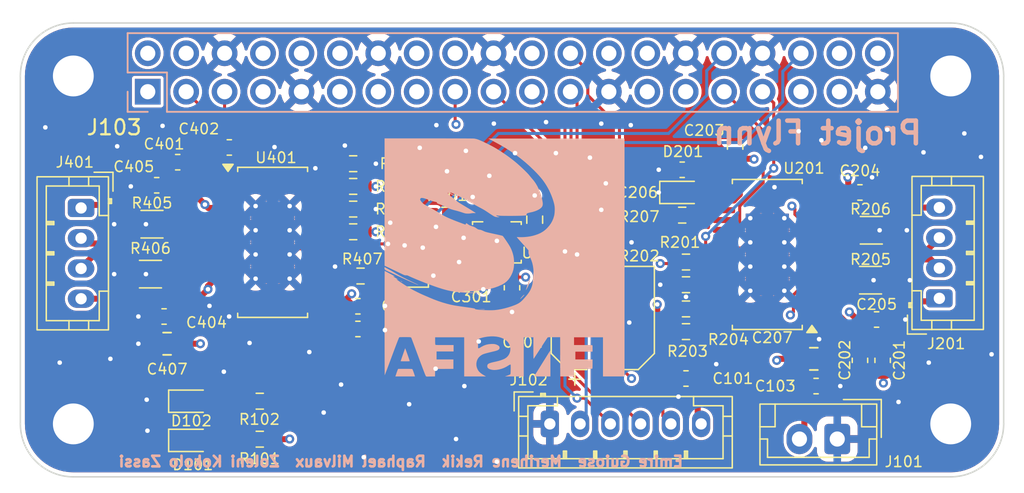
<source format=kicad_pcb>
(kicad_pcb (version 20241229) (generator "pcbnew") (generator_version "9.0")
  (layers (0 "F.Cu" signal) (4 "In1.Cu" signal "In1.Cu - GND") (6 "In2.Cu" signal "In2.Cu - SUPPLY") (2 "B.Cu" signal) (13 "F.Paste" user) (15 "B.Paste" user) (5 "F.SilkS" user "F.Silkscreen") (7 "B.SilkS" user "B.Silkscreen") (1 "F.Mask" user) (3 "B.Mask" user) (25 "Edge.Cuts" user))
  (net 0 "")
  (net 1 "GND")
  (net 2 "+3.3V")
  (net 3 "DIR1")
  (net 4 "SCLK")
  (net 5 "DIR2")
  (net 6 "MISO")
  (net 7 "STEP2")
  (net 8 "MOSI")
  (net 9 "SDA")
  (net 10 "CS")
  (net 11 "SCL")
  (net 12 "VCC")
  (net 13 "STEP1")
  (net 14 "Net-(U201-VCP)")
  (net 15 "Net-(U201-CPI)")
  (net 16 "Net-(U201-CPO)")
  (net 17 "Net-(U201-5VOUT)")
  (net 18 "Net-(U401-VCP)")
  (net 19 "Net-(U401-CPO)")
  (net 20 "Net-(U401-CPI)")
  (net 21 "Net-(U401-5VOUT)")
  (net 22 "Net-(D101-A)")
  (net 23 "Net-(D102-A)")
  (net 24 "Net-(D201-A)")
  (net 25 "Net-(D401-A)")
  (net 46 "Net-(J201-Pin_4)")
  (net 47 "Net-(J201-Pin_3)")
  (net 48 "Net-(J201-Pin_2)")
  (net 49 "Net-(J201-Pin_1)")
  (net 50 "Net-(J401-Pin_3)")
  (net 51 "Net-(J401-Pin_4)")
  (net 52 "Net-(J401-Pin_1)")
  (net 53 "Net-(J401-Pin_2)")
  (net 54 "Net-(U201-MS1)")
  (net 55 "Net-(U201-MS2)")
  (net 56 "Net-(U201-BRA)")
  (net 57 "Net-(U201-BRB)")
  (net 58 "Net-(U201-DIAG)")
  (net 59 "Net-(U301-CS)")
  (net 60 "Net-(U401-MS1)")
  (net 61 "Net-(U401-MS2)")
  (net 62 "Net-(U401-BRA)")
  (net 63 "Net-(U401-BRB)")
  (net 64 "Net-(U401-DIAG)")
  (footprint "Capacitor_SMD:C_0805_2012Metric" (layer "F.Cu") (at 148.95 118.7)
    (property "Reference" "C207")
    (property "Value" "10u")
  )
  (footprint "Resistor_SMD:R_0603_1608Metric" (layer "F.Cu") (at 118.5 108.8)
    (property "Reference" "R402")
    (property "Value" "10K")
  )
  (footprint "LED_SMD:LED_0603_1608Metric" (layer "F.Cu") (at 121.9875 113.225 180)
    (property "Reference" "D401")
    (property "Value" "LED")
  )
  (footprint "Resistor_SMD:R_1206_3216Metric" (layer "F.Cu") (at 152.75 110.2)
    (property "Reference" "R206")
    (property "Value" "220m")
  )
  (footprint "Resistor_SMD:R_0603_1608Metric" (layer "F.Cu") (at 124.6 109.2)
    (property "Reference" "R301")
    (property "Value" "10 K")
  )
  (footprint "Resistor_SMD:R_0603_1608Metric" (layer "F.Cu") (at 140.5 115.4 180)
    (property "Reference" "R204")
    (property "Value" "10K")
  )
  (footprint "Resistor_SMD:R_1206_3216Metric" (layer "F.Cu") (at 105.2 109.8 180)
    (property "Reference" "R405")
    (property "Value" "220m")
  )
  (footprint "Connector_JST:JST_PH_B4B-PH-K_1x04_P2.00mm_Vertical" (layer "F.Cu") (at 157.25 114.7 90)
    (property "Reference" "J201")
    (property "Value" "Conn_01x04")
  )
  (footprint "Resistor_SMD:R_0603_1608Metric" (layer "F.Cu") (at 118.9875 113.225)
    (property "Reference" "R407")
    (property "Value" "1k")
  )
  (footprint "Resistor_SMD:R_0603_1608Metric" (layer "F.Cu") (at 118.5 107.3 180)
    (property "Reference" "R403")
    (property "Value" "R_Small")
  )
  (footprint "Resistor_SMD:R_0603_1608Metric" (layer "F.Cu") (at 130.5 109.5 -90)
    (property "Reference" "R303" (hide yes))
    (property "Value" "10k")
  )
  (footprint "Resistor_SMD:R_0603_1608Metric" (layer "F.Cu") (at 140.25 109.2 180)
    (property "Reference" "R207")
    (property "Value" "1k")
  )
  (footprint "Capacitor_SMD:C_0603_1608Metric" (layer "F.Cu") (at 106.9 105.7)
    (property "Reference" "C401")
    (property "Value" "100n")
  )
  (footprint "Capacitor_SMD:C_0603_1608Metric" (layer "F.Cu") (at 110.3125 104.725 180)
    (property "Reference" "C402")
    (property "Value" "22n")
  )
  (footprint "Capacitor_SMD:CP_Elec_6.3x5.4" (layer "F.Cu") (at 135 116 90)
    (property "Reference" "C102")
    (property "Value" "330u")
  )
  (footprint "Capacitor_SMD:C_0603_1608Metric" (layer "F.Cu") (at 106 115.9 180)
    (property "Reference" "C404")
    (property "Value" "100n")
  )
  (footprint "Capacitor_SMD:C_0603_1608Metric" (layer "F.Cu") (at 153.1 116.1)
    (property "Reference" "C205")
    (property "Value" "100n")
  )
  (footprint "Capacitor_SMD:C_0603_1608Metric" (layer "F.Cu") (at 152 107.7)
    (property "Reference" "C204")
    (property "Value" "100n")
  )
  (footprint "Resistor_SMD:R_0603_1608Metric" (layer "F.Cu") (at 140.5 112.3)
    (property "Reference" "R201")
    (property "Value" "R_Small")
  )
  (footprint "Capacitor_SMD:C_0603_1608Metric" (layer "F.Cu") (at 126.3375 113.25 180)
    (property "Reference" "C301")
    (property "Value" "100nF")
  )
  (footprint "Capacitor_SMD:C_0603_1608Metric" (layer "F.Cu") (at 152 118.8 90)
    (property "Reference" "C202")
    (property "Value" "22n")
  )
  (footprint "Connector_JST:JST_EH_B2B-EH-A_1x02_P2.50mm_Vertical" (layer "F.Cu") (at 150.5 124 180)
    (property "Reference" "J101")
    (property "Value" "Conn_01x02")
  )
  (footprint "LED_SMD:LED_0603_1608Metric" (layer "F.Cu") (at 107.7875 124.09)
    (property "Reference" "D101")
    (property "Value" "LED")
  )
  (footprint "Resistor_SMD:R_1206_3216Metric" (layer "F.Cu") (at 152.7 113.5)
    (property "Reference" "R205")
    (property "Value" "220m")
  )
  (footprint "Connector_JST:JST_PH_B4B-PH-K_1x04_P2.00mm_Vertical" (layer "F.Cu") (at 100.5125 108.725 -90)
    (property "Reference" "J401")
    (property "Value" "Conn_01x04")
  )
  (footprint "Capacitor_SMD:C_0603_1608Metric" (layer "F.Cu") (at 153.5 118.8 90)
    (property "Reference" "C201")
    (property "Value" "100n")
  )
  (footprint "MountingHole:MountingHole_2.7mm_M2.5_Pad" (layer "F.Cu") (at 100 123)
    (property "Reference" "H101" (hide yes))
    (property "Value" "MountingHole_Pad")
  )
  (footprint "Connector_JST:JST_PH_B6B-PH-K_1x06_P2.00mm_Vertical" (layer "F.Cu") (at 131.5 123)
    (property "Reference" "J102")
    (property "Value" "Conn_01x06")
  )
  (footprint "Capacitor_SMD:C_0805_2012Metric" (layer "F.Cu") (at 106.2 117.7 180)
    (property "Reference" "C407")
    (property "Value" "10u")
  )
  (footprint "Resistor_SMD:R_0603_1608Metric" (layer "F.Cu") (at 112.325 124.01 180)
    (property "Reference" "R101")
    (property "Value" "6.8k")
  )
  (footprint "Package_SO:HTSSOP-28-1EP_4.4x9.7mm_P0.65mm_EP2.85x5.4mm_ThermalVias" (layer "F.Cu") (at 113.175 111)
    (property "Reference" "U401")
    (property "Value" "~")
  )
  (footprint "Capacitor_SMD:C_0603_1608Metric" (layer "F.Cu") (at 105.5125 107.225 180)
    (property "Reference" "C405")
    (property "Value" "100n")
  )
  (footprint "MountingHole:MountingHole_2.7mm_M2.5_Pad" (layer "F.Cu") (at 100 100)
    (property "Reference" "H102" (hide yes))
    (property "Value" "MountingHole_Pad")
  )
  (footprint "Resistor_SMD:R_1206_3216Metric" (layer "F.Cu") (at 105.1 113.1 180)
    (property "Reference" "R406")
    (property "Value" "220m")
  )
  (footprint "Capacitor_SMD:C_0603_1608Metric" (layer "F.Cu") (at 140.25 106.2 180)
    (property "Reference" "C206")
    (property "Value" "2u2")
  )
  (footprint "Package_SO:HTSSOP-28-1EP_4.4x9.7mm_P0.65mm_EP2.85x5.4mm_ThermalVias" (layer "F.Cu") (at 145.875 111.8 180)
    (property "Reference" "U201")
    (property "Value" "~")
  )
  (footprint "Capacitor_SMD:C_0603_1608Metric" (layer "F.Cu") (at 118.8125 116.725)
    (property "Reference" "C406")
    (property "Value" "2u2")
  )
  (footprint "MountingHole:MountingHole_2.7mm_M2.5_Pad" (layer "F.Cu") (at 158 123)
    (property "Reference" "H104" (hide yes))
    (property "Value" "MountingHole_Pad")
  )
  (footprint "Capacitor_SMD:C_0603_1608Metric" (layer "F.Cu") (at 143.75 104.7 90)
    (property "Reference" "C203")
    (property "Value" "100n")
  )
  (footprint "Capacitor_SMD:C_0603_1608Metric" (layer "F.Cu") (at 118.8125 115.225)
    (property "Reference" "C403")
    (property "Value" "100n")
  )
  (footprint "Resistor_SMD:R_0603_1608Metric" (layer "F.Cu") (at 140.5 116.9)
    (property "Reference" "R203")
    (property "Value" "R_Small")
  )
  (footprint "LED_SMD:LED_0603_1608Metric" (layer "F.Cu") (at 107.7875 121.5)
    (property "Reference" "D102")
    (property "Value" "LED")
  )
  (footprint "MountingHole:MountingHole_2.7mm_M2.5_Pad" (layer "F.Cu") (at 158 100)
    (property "Reference" "H103" (hide yes))
    (property "Value" "MountingHole_Pad")
  )
  (footprint "Resistor_SMD:R_0603_1608Metric" (layer "F.Cu") (at 118.5 105.8)
    (property "Reference" "R404")
    (property "Value" "10K")
  )
  (footprint "Capacitor_SMD:C_0603_1608Metric" (layer "F.Cu") (at 149.1 120.5)
    (property "Reference" "C103")
    (property "Value" "100n")
  )
  (footprint "Capacitor_SMD:C_0603_1608Metric" (layer "F.Cu") (at 140.5 120)
    (property "Reference" "C101")
    (property "Value" "100n")
  )
  (footprint "Capacitor_SMD:C_0603_1608Metric" (layer "F.Cu") (at 129 114 90)
    (property "Reference" "C302")
    (property "Value" "100nF")
  )
  (footprint "Resistor_SMD:R_0603_1608Metric" (layer "F.Cu") (at 128 108.5)
    (property "Reference" "R302")
    (property "Value" "10K")
  )
  (footprint "Package_LGA:LGA-14_3x2.5mm_P0.5mm_LayoutBorder3x4y" (layer "F.Cu") (at 128 111)
    (property "Reference" "U301")
    (property "Value" "LSM6DSOX")
  )
  (footprint "Resistor_SMD:R_0603_1608Metric" (layer "F.Cu") (at 140.5 113.8 180)
    (property "Reference" "R202")
    (property "Value" "10K")
  )
  (footprint "Resistor_SMD:R_0603_1608Metric" (layer "F.Cu") (at 118.5 110.3 180)
    (property "Reference" "R401")
    (property "Value" "R_Small")
  )
  (footprint "LED_SMD:LED_0603_1608Metric" (layer "F.Cu") (at 140.25 107.7)
    (property "Reference" "D201")
    (property "Value" "LED")
  )
  (footprint "Resistor_SMD:R_0603_1608Metric" (layer "F.Cu") (at 112.325 121.5 180)
    (property "Reference" "R102")
    (property "Value" "6.8k")
  )
  (footprint "LOGO" (layer "B.Cu") (at 128.5 112 180)
    (property "Reference" "G***" (hide yes))
    (property "Value" "LOGO" (hide yes))
  )
  (footprint "Connector_PinSocket_2.54mm:PinSocket_2x20_P2.54mm_Vertical" (layer "B.Cu") (at 104.92 101.04 -90)
    (property "Reference" "J103")
    (property "Value" "Rpi 2W Zéro")
  )
  (gr_arc (start 161.5 123) (mid 160.474874 125.474874) (end 158 126.5) (stroke (width 0.1)) (layer "Edge.Cuts"))
  (gr_line (start 158 126.5) (end 100 126.5) (stroke (width 0.1)) (layer "Edge.Cuts"))
  (gr_arc (start 96.5 100) (mid 97.525126 97.525126) (end 100 96.5) (stroke (width 0.1)) (layer "Edge.Cuts"))
  (gr_line (start 161.5 100) (end 161.5 123) (stroke (width 0.1)) (layer "Edge.Cuts"))
  (gr_line (start 96.5 123) (end 96.5 100) (stroke (width 0.1)) (layer "Edge.Cuts"))
  (gr_arc (start 158 96.5) (mid 160.474874 97.525126) (end 161.5 100) (stroke (width 0.1)) (layer "Edge.Cuts"))
  (gr_line (start 100 96.5) (end 158 96.5) (stroke (width 0.1)) (layer "Edge.Cuts"))
  (gr_arc (start 100 126.5) (mid 97.525126 125.474874) (end 96.5 123) (stroke (width 0.1)) (layer "Edge.Cuts"))
  (gr_text "-" (at 127.55 123.9 0) (layer "F.Cu") (effects (font (size 1 1) (thickness 0.25) (bold yes)) (justify left bottom)))
  (gr_text "+" (at 143.75 124 0) (layer "F.Cu") (effects (font (size 1 1) (thickness 0.25) (bold yes)) (justify left bottom)))
  (gr_text "-" (at 153.45 123.9 0) (layer "F.Cu") (effects (font (size 1 1) (thickness 0.25) (bold yes)) (justify left bottom)))
  (gr_text "Emire Guiose  Merihene Rekik  Raphael Milvaux  Zoleni Kokolo Zassi" (at 140.4 125.9 0) (layer "B.SilkS") (effects (font (size 0.7 0.7) (thickness 0.175) (bold yes)) (justify left bottom mirror)))
  (gr_text "Projet Flynn\n" (at 156.25 104.65 0) (layer "B.SilkS") (effects (font (size 1.5 1.5) (thickness 0.3) (bold yes)) (justify left bottom mirror)))
  (segment (start 119.325 105.8) (end 120 105.8) (width 0.2) (layer "F.Cu") (net 1))
  (segment (start 143.0125 111.475) (end 145.55 111.475) (width 0.2) (layer "F.Cu") (net 1))
  (segment (start 140.5 114.6) (end 140.475 114.6) (width 0.2) (layer "F.Cu") (net 1))
  (segment (start 145.55 111.475) (end 145.875 111.8) (width 0.2) (layer "F.Cu") (net 1))
  (segment (start 140.475 114.6) (end 139.675 115.4) (width 0.2) (layer "F.Cu") (net 1))
  (segment (start 154.2125 110.2) (end 155.1 110.2) (width 0.2) (layer "F.Cu") (net 1))
  (segment (start 139.725 120) (end 139.725 120.925) (width 0.2) (layer "F.Cu") (net 1))
  (segment (start 105.225 115.9) (end 104.3 115.9) (width 0.4) (layer "F.Cu") (net 1))
  (segment (start 139.5 117.825) (end 139.5 117.9) (width 0.2) (layer "F.Cu") (net 1))
  (segment (start 154.2125 110.2) (end 153.3 110.2) (width 0.2) (layer "F.Cu") (net 1))
  (segment (start 119.325 108.8) (end 120 108.8) (width 0.2) (layer "F.Cu") (net 1))
  (segment (start 139.425 107.7375) (end 139.4625 107.7) (width 0.2) (layer "F.Cu") (net 1))
  (segment (start 113.5 111.325) (end 113.175 111) (width 0.2) (layer "F.Cu") (net 1))
  (segment (start 154.1625 113.5) (end 155.3 113.5) (width 0.4) (layer "F.Cu") (net 1))
  (segment (start 152.775 107.7) (end 152.775 106.725) (width 0.4) (layer "F.Cu") (net 1))
  (segment (start 116.0375 111.325) (end 113.5 111.325) (width 0.2) (layer "F.Cu") (net 1))
  (segment (start 153.875 116.1) (end 155 116.1) (width 0.4) (layer "F.Cu") (net 1))
  (segment (start 105.25 117.7) (end 104.3 117.7) (width 0.2) (layer "F.Cu") (net 1))
  (segment (start 103.6375 113.1) (end 102.7 113.1) (width 0.4) (layer "F.Cu") (net 1))
  (segment (start 149.9 118) (end 149.3 117.4) (width 0.2) (layer "F.Cu") (net 1))
  (segment (start 149.875 120.5) (end 150.7 120.5) (width 0.2) (layer "F.Cu") (net 1))
  (segment (start 139.725 120.925) (end 140 121.2) (width 0.2) (layer "F.Cu") (net 1))
  (segment (start 154.1625 113.5) (end 152.9 113.5) (width 0.4) (layer "F.Cu") (net 1))
  (segment (start 116.0375 106.1375) (end 116 106.1) (width 0.2) (layer "F.Cu") (net 1))
  (segment (start 139.475 106.2) (end 138.7 106.2) (width 0.2) (layer "F.Cu") (net 1))
  (segment (start 103.7375 109.8) (end 104.8 109.8) (width 0.4) (layer "F.Cu") (net 1))
  (segment (start 139.4625 107.7) (end 138.7 107.7) (width 0.2) (layer "F.Cu") (net 1))
  (segment (start 103.6375 113.1) (end 104.8 113.1) (width 0.4) (layer "F.Cu") (net 1))
  (segment (start 152.775 106.725) (end 152.8 106.7) (width 0.4) (layer "F.Cu") (net 1))
  (segment (start 149.9 118.7) (end 149.9 118) (width 0.2) (layer "F.Cu") (net 1))
  (segment (start 139.675 113.8) (end 138.8 113.8) (width 0.2) (layer "F.Cu") (net 1))
  (segment (start 103.7375 109.8) (end 102.7 109.8) (width 0.4) (layer "F.Cu") (net 1))
  (segment (start 116.0375 106.775) (end 116.0375 106.1375) (width 0.2) (layer "F.Cu") (net 1))
  (via (at 109.95 119.55) (size 0.45) (drill 0.3) (layers "F.Cu" "B.Cu") (net 1))
  (via (at 152.8 106.7) (size 0.6) (drill 0.3) (layers "F.Cu" "B.Cu") (net 1))
  (via (at 149.45 104.25) (size 0.45) (drill 0.3) (layers "F.Cu" "B.Cu") (net 1))
  (via (at 136.75 116.3) (size 0.45) (drill 0.3) (layers "F.Cu" "B.Cu") (net 1))
  (via (at 146.35 107.35) (size 0.45) (drill 0.3) (layers "F.Cu" "B.Cu") (net 1))
  (via (at 117.95 104.6) (size 0.45) (drill 0.3) (layers "F.Cu" "B.Cu") (net 1))
  (via (at 134.9 103.15) (size 0.45) (drill 0.3) (layers "F.Cu" "B.Cu") (net 1))
  (via (at 128 125.5) (size 0.45) (drill 0.3) (layers "F.Cu" "B.Cu") (net 1))
  (via (at 123.95 119.35) (size 0.45) (drill 0.3) (layers "F.Cu" "B.Cu") (net 1))
  (via (at 155.3 113.5) (size 0.6) (drill 0.3) (layers "F.Cu" "B.Cu") (net 1))
  (via (at 117.7 120.4) (size 0.45) (drill 0.3) (layers "F.Cu" "B.Cu") (net 1))
  (via (at 136.9 111) (size 0.45) (drill 0.3) (layers "F.Cu" "B.Cu") (net 1))
  (via (at 124 103.25) (size 0.45) (drill 0.3) (layers "F.Cu" "B.Cu") (net 1))
  (via (at 149.3 117.4) (size 0.6) (drill 0.3) (layers "F.Cu" "B.Cu") (net 1))
  (via (at 138.7 107.7) (size 0.6) (drill 0.3) (layers "F.Cu" "B.Cu") (net 1))
  (via (at 138.8 113.8) (size 0.6) (drill 0.3) (layers "F.Cu" "B.Cu") (net 1))
  (via (at 102.9 104.65) (size 0.45) (drill 0.3) (layers "F.Cu" "B.Cu") (net 1))
  (via (at 135.2 107.1) (size 0.45) (drill 0.3) (layers "F.Cu" "B.Cu") (net 1))
  (via (at 110.3 115.9) (size 0.6) (drill 0.3) (layers "F.Cu" "B.Cu") (net 1))
  (via (at 99.1 118.95) (size 0.45) (drill 0.3) (layers "F.Cu" "B.Cu") (net 1))
  (via (at 124.7 106.3) (size 0.45) (drill 0.3) (layers "F.Cu" "B.Cu") (net 1))
  (via (at 120.6 116.8) (size 0.6) (drill 0.3) (layers "F.Cu" "B.Cu") (net 1))
  (via (at 104.9 123.45) (size 0.45) (drill 0.3) (layers "F.Cu" "B.Cu") (net 1))
  (via (at 129.2 105.1) (size 0.45) (drill 0.3) (layers "F.Cu" "B.Cu") (net 1))
  (via (at 129 115.6) (size 0.6) (drill 0.3) (layers "F.Cu" "B.Cu") (net 1))
  (via (at 160.7 118.4) (size 0.45) (drill 0.3) (layers "F.Cu" "B.Cu") (net 1))
  (via (at 120 105.8) (size 0.6) (drill 0.3) (layers "F.Cu" "B.Cu") (net 1))
  (via (at 116 106.1) (size 0.6) (drill 0.3) (layers "F.Cu" "B.Cu") (net 1))
  (via (at 158.9 103.8) (size 0.45) (drill 0.3) (layers "F.Cu" "B.Cu") (net 1))
  (via (at 113.3 104.7) (size 0.45) (drill 0.3) (layers "F.Cu" "B.Cu") (net 1))
  (via (at 152.35 104.75) (size 0.45) (drill 0.3) (layers "F.Cu" "B.Cu") (net 1))
  (via (at 134.9 108.85) (size 0.45) (drill 0.3) (layers "F.Cu" "B.Cu") (net 1))
  (via (at 134.15 105.4) (size 0.45) (drill 0.3) (layers "F.Cu" "B.Cu") (net 1))
  (via (at 104.3 117.7) (size 0.6) (drill 0.3) (layers "F.Cu" "B.Cu") (net 1))
  (via (at 153.3 110.2) (size 0.6) (drill 0.3) (layers "F.Cu" "B.Cu") (net 1))
  (via (at 120.95 109.7) (size 0.45) (drill 0.3) (layers "F.Cu" "B.Cu") (net 1))
  (via (at 156.55 118.95) (size 0.45) (drill 0.3) (layers "F.Cu" "B.Cu") (net 1))
  (via (at 155.1 110.2) (size 0.6) (drill 0.3) (layers "F.Cu" "B.Cu") (net 1))
  (via (at 136.85 103.25) (size 0.45) (drill 0.3) (layers "F.Cu" "B.Cu") (net 1))
  (via (at 153.8 103.55) (size 0.45) (drill 0.3) (layers "F.Cu" "B.Cu") (net 1))
  (via (at 115.6 118.25) (size 0.45) (drill 0.3) (layers "F.Cu" "B.Cu") (net 1))
  (via (at 126.8 117.55) (size 0.45) (drill 0.3) (layers "F.Cu" "B.Cu") (net 1))
  (via (at 119.2 125.2) (size 0.45) (drill 0.3) (layers "F.Cu" "B.Cu") (net 1))
  (via (at 155 116.1) (size 0.6) (drill 0.3) (layers "F.Cu" "B.Cu") (net 1))
  (via (at 152.9 113.5) (size 0.6) (drill 0.3) (layers "F.Cu" "B.Cu") (net 1))
  (via (at 125.85 120.5) (size 0.45) (drill 0.3) (layers "F.Cu" "B.Cu") (net 1))
  (via (at 105.9 103.3) (size 0.45) (drill 0.3) (layers "F.Cu" "B.Cu") (net 1))
  (via (at 142.5 119.05) (size 0.45) (drill 0.3) (layers "F.Cu" "B.Cu") (net 1))
  (via (at 104.8 109.8) (size 0.6) (drill 0.3) (layers "F.Cu" "B.Cu") (net 1))
  (via (at 122.2 121.7) (size 0.45) (drill 0.3) (layers "F.Cu" "B.Cu") (net 1))
  (via (at 102.45 118.7) (size 0.45) (drill 0.3) (layers "F.Cu" "B.Cu") (net 1))
  (via (at 127.8 103.15) (size 0.45) (drill 0.3) (layers "F.Cu" "B.Cu") (net 1))
  (via (at 111.65 117.65) (size 0.45) (drill 0.3) (layers "F.Cu" "B.Cu") (net 1))
  (via (at 156.2 105.05) (size 0.45) (drill 0.3) (layers "F.Cu" "B.Cu") (net 1))
  (via (at 128 110.9) (size 0.6) (drill 0.3) (layers "F.Cu" "B.Cu") (net 1))
  (via (at 140 121.2) (size 0.6) (drill 0.3) (layers "F.Cu" "B.Cu") (net 1))
  (via (at 104.8 113.1) (size 0.6) (drill 0.3) (layers "F.Cu" "B.Cu") (net 1))
  (via (at 98.15 103.4) (size 0.45) (drill 0.3) (layers "F.Cu" "B.Cu") (net 1))
  (via (at 117.3 112.6) (size 0.45) (drill 0.3) (layers "F.Cu" "B.Cu") (net 1))
  (via (at 123.8 113.2) (size 0.6) (drill 0.3) (layers "F.Cu" "B.Cu") (net 1))
  (via (at 138.7 106.2) (size 0.6) (drill 0.3) (layers "F.Cu" "B.Cu") (net 1))
  (via (at 120 108.8) (size 0.6) (drill 0.3) (layers "F.Cu" "B.Cu") (net 1))
  (via (at 125.95 104.95) (size 0.45) (drill 0.3) (layers "F.Cu" "B.Cu") (net 1))
  (via (at 104.85 121.4) (size 0.45) (drill 0.3) (layers "F.Cu" "B.Cu") (net 1))
  (via (at 147.95 103.65) (size 0.45) (drill 0.3) (layers "F.Cu" "B.Cu") (net 1))
  (via (at 125.8 110.7) (size 0.6) (drill 0.3) (layers "F.Cu" "B.Cu") (net 1))
  (via (at 102.7 109.8) (size 0.6) (drill 0.3) (layers "F.Cu" "B.Cu") (net 1))
  (via (at 123.1 111.35) (size 0.45) (drill 0.3) (layers "F.Cu" "B.Cu") (net 1))
  (via (at 150.7 120.5) (size 0.6) (drill 0.3) (layers "F.Cu" "B.Cu") (net 1))
  (via (at 104.3 115.9) (size 0.6) (drill 0.3) (layers "F.Cu" "B.Cu") (net 1))
  (via (at 131.9 105.1) (size 0.45) (drill 0.3) (layers "F.Cu" "B.Cu") (net 1))
  (via (at 160 105.35) (size 0.45) (drill 0.3) (layers "F.Cu" "B.Cu") (net 1))
  (via (at 140.5 114.6) (size 0.6) (drill 0.3) (layers "F.Cu" "B.Cu") (net 1))
  (via (at 131.25 103.05) (size 0.45) (drill 0.3) (layers "F.Cu" "B.Cu") (net 1))
  (via (at 127.5 106.6) (size 0.45) (drill 0.3) (layers "F.Cu" "B.Cu") (net 1))
  (via (at 120.6 115.2) (size 0.6) (drill 0.3) (layers "F.Cu" "B.Cu") (net 1))
  (via (at 125.5 112.3) (size 0.6) (drill 0.3) (layers "F.Cu" "B.Cu") (net 1))
  (via (at 154.55 121.55) (size 0.45) (drill 0.3) (layers "F.Cu" "B.Cu") (net 1))
  (via (at 103.8 107.3) (size 0.6) (drill 0.3) (layers "F.Cu" "B.Cu") (net 1))
  (via (at 116.55 122.25) (size 0.45) (drill 0.3) (layers "F.Cu" "B.Cu") (net 1))
  (via (at 102.7 113.1) (size 0.6) (drill 0.3) (layers "F.Cu" "B.Cu") (net 1))
  (via (at 109 115.2) (size 0.6) (drill 0.3) (layers "F.Cu" "B.Cu") (net 1))
  (via (at 125.3 124) (size 0.45) (drill 0.3) (layers "F.Cu" "B.Cu") (net 1))
  (via (at 122.9 104.75) (size 0.45) (drill 0.3) (layers "F.Cu" "B.Cu") (net 1))
  (segment (start 139.575 112.4) (end 139.675 112.3) (width 0.2) (layer "F.Cu") (net 2))
  (segment (start 118.0375 114.7625) (end 118.4 114.4) (width 0.4) (layer "F.Cu") (net 2))
  (segment (start 130.5 108.675) (end 130.5 107.9) (width 0.2) (layer "F.Cu") (net 2))
  (segment (start 129.1625 111.75) (end 129.1625 113.0625) (width 0.2) (layer "F.Cu") (net 2))
  (segment (start 116.0375 114.575) (end 115.300001 114.575) (width 0.4) (layer "F.Cu") (net 2))
  (segment (start 125.24 101.04) (end 125.24 103.14) (width 0.2) (layer "F.Cu") (net 2))
  (segment (start 127.175 108.5) (end 126.9 108.5) (width 0.2) (layer "F.Cu") (net 2))
  (segment (start 141.275 120) (end 139.975 118.7) (width 0.4) (layer "F.Cu") (net 2))
  (segment (start 127.1125 114.0875) (end 127.1 114.1) (width 0.2) (layer "F.Cu") (net 2))
  (segment (start 129.9 113.3) (end 129.3 113.3) (width 0.2) (layer "F.Cu") (net 2))
  (segment (start 138.7 116.9) (end 138.6 117) (width 0.4) (layer "F.Cu") (net 2))
  (segment (start 123.775 109.775) (end 123.974265 109.974265) (width 0.4) (layer "F.Cu") (net 2))
  (segment (start 139.185936 118.7) (end 138.6 118.114064) (width 0.4) (layer "F.Cu") (net 2))
  (segment (start 138.6 117) (end 138.6 115.1) (width 0.4) (layer "F.Cu") (net 2))
  (segment (start 138.6 118.114064) (end 138.6 117) (width 0.4) (layer "F.Cu") (net 2))
  (segment (start 129.225 113.225) (end 129 113.225) (width 0.2) (layer "F.Cu") (net 2))
  (segment (start 141.275 120) (end 141.275 122.775) (width 0.4) (layer "F.Cu") (net 2))
  (segment (start 144.051 105.776) (end 143.75 105.475) (width 0.4) (layer "F.Cu") (net 2))
  (segment (start 144.975 105.475) (end 145 105.5) (width 0.4) (layer "F.Cu") (net 2))
  (segment (start 123.775 109.2) (end 123.775 109.775) (width 0.4) (layer "F.Cu") (net 2))
  (segment (start 143.0125 108.225) (end 143.66987 108.225) (width 0.4) (layer "F.Cu") (net 2))
  (segment (start 125.24 101.04) (end 125.24 101.76) (width 0.1) (layer "F.Cu") (net 2))
  (segment (start 116.0375 114.575) (end 117.3875 114.575) (width 0.4) (layer "F.Cu") (net 2))
  (segment (start 141.5 120.225) (end 141.275 120) (width 0.4) (layer "F.Cu") (net 2))
  (segment (start 129.1625 113.0625) (end 129 113.225) (width 0.2) (layer "F.Cu") (net 2))
  (segment (start 117.3875 114.575) (end 118.0375 115.225) (width 0.4) (layer "F.Cu") (net 2))
  (segment (start 113.15 116.725001) (end 113.15 121.5) (width 0.4) (layer "F.Cu") (net 2))
  (segment (start 139.975 118.7) (end 139.185936 118.7) (width 0.4) (layer "F.Cu") (net 2))
  (segment (start 129.3 113.3) (end 129.225 113.225) (width 0.2) (layer "F.Cu") (net 2))
  (segment (start 139.675 116.9) (end 138.7 116.9) (width 0.4) (layer "F.Cu") (net 2))
  (segment (start 141.275 122.775) (end 141.5 123) (width 0.4) (layer "F.Cu") (net 2))
  (segment (start 118.0375 115.225) (end 118.0375 114.7625) (width 0.4) (layer "F.Cu") (net 2))
  (segment (start 115.300001 114.575) (end 113.15 116.725001) (width 0.4) (layer "F.Cu") (net 2))
  (segment (start 144.051 107.84387) (end 144.051 105.776) (width 0.4) (layer "F.Cu") (net 2))
  (segment (start 143.66987 108.225) (end 144.051 107.84387) (width 0.4) (layer "F.Cu") (net 2))
  (segment (start 127.1125 113.25) (end 127.1125 114.0875) (width 0.2) (layer "F.Cu") (net 2))
  (segment (start 119.325 107.3) (end 120 107.3) (width 0.2) (layer "F.Cu") (net 2))
  (segment (start 127.5 111.9125) (end 127.5 112.8625) (width 0.2) (layer "F.Cu") (net 2))
  (segment (start 127.5 112.8625) (end 127.1125 113.25) (width 0.2) (layer "F.Cu") (net 2))
  (segment (start 143.75 105.475) (end 144.975 105.475) (width 0.4) (layer "F.Cu") (net 2))
  (segment (start 119.325 110.3) (end 120 110.3) (width 0.2) (layer "F.Cu") (net 2))
  (segment (start 138.8 112.4) (end 139.575 112.4) (width 0.2) (layer "F.Cu") (net 2))
  (segment (start 125.24 103.14) (end 125.3 103.2) (width 0.2) (layer "F.Cu") (net 2))
  (segment (start 126.9 108.5) (end 126.4 108) (width 0.2) (layer "F.Cu") (net 2))
  (via (at 120 107.3) (size 0.6) (drill 0.3) (layers "F.Cu" "B.Cu") (net 2))
  (via (at 120 110.3) (size 0.6) (drill 0.3) (layers "F.Cu" "B.Cu") (net 2))
  (via (at 123.974265 109.974265) (size 0.6) (drill 0.3) (layers "F.Cu" "B.Cu") (net 2))
  (via (at 127.1 114.1) (size 0.6) (drill 0.3) (layers "F.Cu" "B.Cu") (net 2))
  (via (at 145 105.5) (size 0.6) (drill 0.3) (layers "F.Cu" "B.Cu") (net 2))
  (via (at 129.9 113.3) (size 0.6) (drill 0.3) (layers "F.Cu" "B.Cu") (net 2))
  (via (at 118.4 114.4) (size 0.6) (drill 0.3) (layers "F.Cu" "B.Cu") (net 2))
  (via (at 138.6 115.1) (size 0.6) (drill 0.3) (layers "F.Cu" "B.Cu") (net 2))
  (via (at 125.3 103.2) (size 0.6) (drill 0.3) (layers "F.Cu" "B.Cu") (net 2))
  (via (at 130.5 107.9) (size 0.6) (drill 0.3) (layers "F.Cu" "B.Cu") (net 2))
  (via (at 138.8 112.4) (size 0.6) (drill 0.3) (layers "F.Cu" "B.Cu") (net 2))
  (via (at 126.4 108) (size 0.6) (drill 0.3) (layers "F.Cu" "B.Cu") (net 2))
  (segment (start 116.0375 111.975) (end 121.125 111.975) (width 0.2) (layer "F.Cu") (net 3))
  (segment (start 121.125 111.975) (end 121.9 111.2) (width 0.2) (layer "F.Cu") (net 3))
  (via (at 121.9 111.2) (size 0.6) (drill 0.3) (layers "F.Cu" "B.Cu") (net 3))
  (segment (start 144.199 104.401) (end 146.9 101.7) (width 0.2) (layer "B.Cu") (net 3))
  (segment (start 121.9 111.2) (end 128.699 104.401) (width 0.2) (layer "B.Cu") (net 3))
  (segment (start 146.9 101.7) (end 146.9 99.7) (width 0.2) (layer "B.Cu") (net 3))
  (segment (start 128.699 104.401) (end 144.199 104.401) (width 0.2) (layer "B.Cu") (net 3))
  (segment (start 146.9 99.7) (end 148.1 98.5) (width 0.2) (layer "B.Cu") (net 3))
  (segment (start 132.86 101.04) (end 133.3 101.48) (width 0.2) (layer "F.Cu") (net 4))
  (segment (start 133.3 101.48) (end 133.3 111.8) (width 0.2) (layer "F.Cu") (net 4))
  (via (at 133.3 111.8) (size 0.6) (drill 0.3) (layers "F.Cu" "B.Cu") (net 4))
  (segment (start 133.901 122.599) (end 133.5 123) (width 0.2) (layer "B.Cu") (net 4))
  (segment (start 133.3 111.8) (end 133.901 112.401) (width 0.2) (layer "B.Cu") (net 4))
  (segment (start 133.901 112.401) (end 133.901 122.599) (width 0.2) (layer "B.Cu") (net 4))
  (segment (start 143.02 101.04) (end 145.601 103.621) (width 0.2) (layer "F.Cu") (net 5))
  (segment (start 143.66987 110.825) (end 143.0125 110.825) (width 0.2) (layer "F.Cu") (net 5))
  (segment (start 145.601 107.05613) (end 144.051 108.60613) (width 0.2) (layer "F.Cu") (net 5))
  (segment (start 144.051 108.60613) (end 144.051 110.44387) (width 0.2) (layer "F.Cu") (net 5))
  (segment (start 145.601 103.621) (end 145.601 107.05613) (width 0.2) (layer "F.Cu") (net 5))
  (segment (start 144.051 110.44387) (end 143.66987 110.825) (width 0.2) (layer "F.Cu") (net 5))
  (segment (start 133.3 121.3) (end 133.8 121.3) (width 0.2) (layer "F.Cu") (net 6))
  (segment (start 133.8 121.3) (end 135.5 123) (width 0.2) (layer "F.Cu") (net 6))
  (segment (start 130.32 101.04) (end 132.5 103.22) (width 0.2) (layer "F.Cu") (net 6))
  (segment (start 132.5 103.22) (end 132.5 111.6) (width 0.2) (layer "F.Cu") (net 6))
  (via (at 133.3 121.3) (size 0.6) (drill 0.3) (layers "F.Cu" "B.Cu") (net 6))
  (via (at 132.5 111.6) (size 0.6) (drill 0.3) (layers "F.Cu" "B.Cu") (net 6))
  (segment (start 133.3 121.3) (end 133.301 121.301) (width 0.2) (layer "B.Cu") (net 6))
  (segment (start 132.5 111.6) (end 132.5 120.5) (width 0.2) (layer "B.Cu") (net 6))
  (segment (start 132.5 120.5) (end 133.3 121.3) (width 0.2) (layer "B.Cu") (net 6))
  (segment (start 142.497642 112.125) (end 141.8 111.427358) (width 0.2) (layer "F.Cu") (net 7))
  (segment (start 143.0125 112.125) (end 142.497642 112.125) (width 0.2) (layer "F.Cu") (net 7))
  (segment (start 141.8 110.6) (end 141.7 110.7) (width 0.2) (layer "F.Cu") (net 7))
  (segment (start 146.3 101.78) (end 146.3 106.1) (width 0.2) (layer "F.Cu") (net 7))
  (segment (start 141.8 111.427358) (end 141.8 110.6) (width 0.2) (layer "F.Cu") (net 7))
  (segment (start 145.56 101.04) (end 146.3 101.78) (width 0.2) (layer "F.Cu") (net 7))
  (via (at 141.8 110.6) (size 0.6) (drill 0.3) (layers "F.Cu" "B.Cu") (net 7))
  (via (at 146.3 106.1) (size 0.6) (drill 0.3) (layers "F.Cu" "B.Cu") (net 7))
  (segment (start 141.8 110.6) (end 146.3 106.1) (width 0.2) (layer "B.Cu") (net 7))
  (segment (start 135.125397 121.825397) (end 136.325397 121.825397) (width 0.2) (layer "F.Cu") (net 8))
  (segment (start 136.325397 121.825397) (end 137.5 123) (width 0.2) (layer "F.Cu") (net 8))
  (segment (start 127.78 101.04) (end 131.276 104.536) (width 0.2) (layer "F.Cu") (net 8))
  (segment (start 131.276 117.976) (end 135.125397 121.825397) (width 0.2) (layer "F.Cu") (net 8))
  (segment (start 131.276 104.536) (end 131.276 117.976) (width 0.2) (layer "F.Cu") (net 8))
  (segment (start 123.245964 103.949) (end 125.5 106.203036) (width 0.2) (layer "F.Cu") (net 9))
  (segment (start 127.5 110.048152) (end 127.5 110.0875) (width 0.2) (layer "F.Cu") (net 9))
  (segment (start 107.46 101.04) (end 110.369 103.949) (width 0.2) (layer "F.Cu") (net 9))
  (segment (start 126.626848 109.175) (end 127.175924 109.724076) (width 0.2) (layer "F.Cu") (net 9))
  (segment (start 125.5 109.175) (end 126.626848 109.175) (width 0.2) (layer "F.Cu") (net 9))
  (segment (start 110.369 103.949) (end 123.245964 103.949) (width 0.2) (layer "F.Cu") (net 9))
  (segment (start 127.175924 109.724076) (end 127.5 110.048152) (width 0.2) (layer "F.Cu") (net 9))
  (segment (start 125.5 106.203036) (end 125.5 109.175) (width 0.2) (layer "F.Cu") (net 9))
  (segment (start 134.011 99.651) (end 132.86 98.5) (width 0.2) (layer "F.Cu") (net 10))
  (segment (start 138.974 122.474) (end 138.974 119.574) (width 0.2) (layer "F.Cu") (net 10))
  (segment (start 134.011 101.27876) (end 134.011 99.651) (width 0.2) (layer "F.Cu") (net 10))
  (segment (start 136.101 103.36876) (end 134.011 101.27876) (width 0.2) (layer "F.Cu") (net 10))
  (segment (start 136.101 116.701) (end 136.101 103.36876) (width 0.2) (layer "F.Cu") (net 10))
  (segment (start 138.974 119.574) (end 136.101 116.701) (width 0.2) (layer "F.Cu") (net 10))
  (segment (start 139.5 123) (end 138.974 122.474) (width 0.2) (layer "F.Cu") (net 10))
  (segment (start 127.164064 107.3) (end 128.3 107.3) (width 0.2) (layer "F.Cu") (net 11))
  (segment (start 128.3 107.3) (end 128.825 107.825) (width 0.2) (layer "F.Cu") (net 11))
  (segment (start 128.825 108.5) (end 128 109.325) (width 0.2) (layer "F.Cu") (net 11))
  (segment (start 110 101.04) (end 110 102.948) (width 0.2) (layer "F.Cu") (net 11))
  (segment (start 110 102.948) (end 110.6 103.548) (width 0.2) (layer "F.Cu") (net 11))
  (segment (start 128.825 107.825) (end 128.825 108.5) (width 0.2) (layer "F.Cu") (net 11))
  (segment (start 110.6 103.548) (end 123.412064 103.548) (width 0.2) (layer "F.Cu") (net 11))
  (segment (start 123.412064 103.548) (end 127.164064 107.3) (width 0.2) (layer "F.Cu") (net 11))
  (segment (start 128 109.325) (end 128 110.0875) (width 0.2) (layer "F.Cu") (net 11))
  (segment (start 107.1 115.9) (end 108.9 114.1) (width 0.4) (layer "F.Cu") (net 12))
  (segment (start 153.5 120.25) (end 153.55 120.3) (width 0.2) (layer "F.Cu") (net 12))
  (segment (start 108.9 114.1) (end 108.9 113.888708) (width 0.4) (layer "F.Cu") (net 12))
  (segment (start 135 118.8) (end 135.7 118.8) (width 0.2) (layer "F.Cu") (net 12))
  (segment (start 151.8 116.1) (end 151.3 115.6) (width 0.4) (layer "F.Cu") (net 12))
  (segment (start 148.7375 114.075) (end 148.000001 114.075) (width 0.2) (layer "F.Cu") (net 12))
  (segment (start 114.29 124.01) (end 114.3 124) (width 0.4) (layer "F.Cu") (net 12))
  (segment (start 110.3125 108.725) (end 108.925 108.725) (width 0.4) (layer "F.Cu") (net 12))
  (segment (start 148 118.7) (end 146.6 118.7) (width 0.4) (layer "F.Cu") (net 12))
  (segment (start 146.6 118.7) (end 146.5 118.8) (width 0.4) (layer "F.Cu") (net 12))
  (segment (start 151.225 107.7) (end 151.225 106.725) (width 0.4) (layer "F.Cu") (net 12))
  (segment (start 107.15 117.7) (end 108.4 117.7) (width 0.4) (layer "F.Cu") (net 12))
  (segment (start 106.2875 105.8625) (end 106.125 105.7) (width 0.4) (layer "F.Cu") (net 12))
  (segment (start 109.513708 113.275) (end 110.3125 113.275) (width 0.4) (layer "F.Cu") (net 12))
  (segment (start 106.2875 107.225) (end 107.425 107.225) (width 0.4) (layer "F.Cu") (net 12))
  (segment (start 106.775 115.9) (end 107.1 115.9) (width 0.4) (layer "F.Cu") (net 12))
  (segment (start 108.925 108.725) (end 108.7 108.5) (width 0.4) (layer "F.Cu") (net 12))
  (segment (start 148.325 120.5) (end 148.325 123.675) (width 0.4) (layer "F.Cu") (net 12))
  (segment (start 147.699 109.14387) (end 147.699 108.799) (width 0.2) (layer "F.Cu") (net 12))
  (segment (start 153.5 119.575) (end 153.5 120.25) (width 0.2) (layer "F.Cu") (net 12))
  (segment (start 147.601 114.474001) (end 147.601 115.599) (width 0.2) (layer "F.Cu") (net 12))
  (segment (start 152.325 116.1) (end 151.8 116.1) (width 0.4) (layer "F.Cu") (net 12))
  (segment (start 147.699 108.799) (end 147.5 108.6) (width 0.2) (layer "F.Cu") (net 12))
  (segment (start 148.7375 109.525) (end 148.08013 109.525) (width 0.2) (layer "F.Cu") (net 12))
  (segment (start 108.9 113.888708) (end 109.513708 113.275) (width 0.4) (layer "F.Cu") (net 12))
  (segment (start 135.7 118.8) (end 136.9 120) (width 0.2) (layer "F.Cu") (net 12))
  (segment (start 148.08013 109.525) (end 147.699 109.14387) (width 0.2) (layer "F.Cu") (net 12))
  (segment (start 113.15 124.01) (end 114.29 124.01) (width 0.4) (layer "F.Cu") (net 12))
  (segment (start 107.425 107.225) (end 108.7 108.5) (width 0.4) (layer "F.Cu") (net 12))
  (segment (start 151.225 106.725) (end 151.2 106.7) (width 0.4) (layer "F.Cu") (net 12))
  (segment (start 108.9 113.950001) (end 108.9 114.1) (width 0.2) (layer "F.Cu") (net 12))
  (segment (start 148.000001 114.075) (end 147.601 114.474001) (width 0.2) (layer "F.Cu") (net 12))
  (segment (start 148.325 123.675) (end 148 124) (width 0.4) (layer "F.Cu") (net 12))
  (segment (start 147.601 115.599) (end 147.4 115.8) (width 0.2) (layer "F.Cu") (net 12))
  (segment (start 148.7375 109.525) (end 149.474999 109.525) (width 0.2) (layer "F.Cu") (net 12))
  (segment (start 106.2875 107.225) (end 106.2875 105.8625) (width 0.4) (layer "F.Cu") (net 12))
  (via (at 151.2 106.7) (size 0.6) (drill 0.3) (layers "F.Cu" "B.Cu") (net 12))
  (via (at 147.4 115.8) (size 0.6) (drill 0.3) (layers "F.Cu" "B.Cu") (net 12))
  (via (at 146.5 118.8) (size 0.6) (drill 0.3) (layers "F.Cu" "B.Cu") (net 12))
  (via (at 108.7 108.5) (size 0.6) (drill 0.3) (layers "F.Cu" "B.Cu") (net 12))
  (via (at 147.5 108.6) (size 0.6) (drill 0.3) (layers "F.Cu" "B.Cu") (net 12))
  (via (at 153.55 120.3) (size 0.6) (drill 0.3) (layers "F.Cu" "B.Cu") (net 12))
  (via (at 108.9 114.1) (size 0.6) (drill 0.3) (layers "F.Cu" "B.Cu") (net 12))
  (via (at 108.4 117.7) (size 0.6) (drill 0.3) (layers "F.Cu" "B.Cu") (net 12))
  (via (at 151.3 115.6) (size 0.6) (drill 0.3) (layers "F.Cu" "B.Cu") (net 12))
  (via (at 114.3 124) (size 0.6) (drill 0.3) (layers "F.Cu" "B.Cu") (net 12))
  (via (at 136.9 120) (size 0.6) (drill 0.3) (layers "F.Cu" "B.Cu") (net 12))
  (segment (start 117.199999 111.1) (end 116.774999 110.675) (width 0.2) (layer "F.Cu") (net 13))
  (segment (start 120.8 111.1) (end 117.199999 111.1) (width 0.2) (layer "F.Cu") (net 13))
  (segment (start 116.774999 110.675) (end 116.0375 110.675) (width 0.2) (layer "F.Cu") (net 13))
  (via (at 120.8 111.1) (size 0.6) (drill 0.3) (layers "F.Cu" "B.Cu") (net 13))
  (segment (start 139.34776 103.8) (end 141.869 101.27876) (width 0.2) (layer "B.Cu") (net 13))
  (segment (start 120.8 111.1) (end 128.1 103.8) (width 0.2) (layer "B.Cu") (net 13))
  (segment (start 141.869 101.27876) (end 141.869 99.651) (width 0.2) (layer "B.Cu") (net 13))
  (segment (start 141.869 99.651) (end 143.02 98.5) (width 0.2) (layer "B.Cu") (net 13))
  (segment (start 128.1 103.8) (end 139.34776 103.8) (width 0.2) (layer "B.Cu") (net 13))
  (segment (start 148.7375 114.725) (end 149.645768 114.725) (width 0.2) (layer "F.Cu") (net 14))
  (segment (start 153.1 117) (end 153.5 117.4) (width 0.2) (layer "F.Cu") (net 14))
  (segment (start 153.5 117.4) (end 153.5 118.025) (width 0.2) (layer "F.Cu") (net 14))
  (segment (start 151.920768 117) (end 153.1 117) (width 0.2) (layer "F.Cu") (net 14))
  (segment (start 149.645768 114.725) (end 151.920768 117) (width 0.2) (layer "F.Cu") (net 14))
  (segment (start 149.575 115.375) (end 152 117.8) (width 0.2) (layer "F.Cu") (net 15))
  (segment (start 152 117.8) (end 152 118.025) (width 0.2) (layer "F.Cu") (net 15))
  (segment (start 148.7375 115.375) (end 149.575 115.375) (width 0.2) (layer "F.Cu") (net 15))
  (segment (start 152 119.2875) (end 152 119.575) (width 0.2) (layer "F.Cu") (net 16))
  (segment (start 148.7375 116.025) (end 152 119.2875) (width 0.2) (layer "F.Cu") (net 16))
  (segment (start 141.6375 106.2) (end 143.0125 107.575) (width 0.2) (layer "F.Cu") (net 17))
  (segment (start 141.025 106.2) (end 141.6375 106.2) (width 0.2) (layer "F.Cu") (net 17))
  (segment (start 110.3125 108.075) (end 109.175 108.075) (width 0.2) (layer "F.Cu") (net 18))
  (segment (start 109.175 108.075) (end 107.675 106.575) (width 0.2) (layer "F.Cu") (net 18))
  (segment (start 107.675 106.575) (end 107.675 105.7) (width 0.2) (layer "F.Cu") (net 18))
  (segment (start 110.3125 106.775) (end 111.0875 106) (width 0.2) (layer "F.Cu") (net 19))
  (segment (start 111.0875 106) (end 111.0875 104.725) (width 0.2) (layer "F.Cu") (net 19))
  (segment (start 110.3125 107.425) (end 109.65513 107.425) (width 0.2) (layer "F.Cu") (net 20))
  (segment (start 109.5375 104.725) (end 109.324 104.9385) (width 0.1) (layer "F.Cu") (net 20))
  (segment (start 109.65513 107.425) (end 109.274 107.04387) (width 0.2) (layer "F.Cu") (net 20))
  (segment (start 109.274 104.9885) (end 109.5375 104.725) (width 0.2) (layer "F.Cu") (net 20))
  (segment (start 109.575001 107.425) (end 110.3125 107.425) (width 0.1) (layer "F.Cu") (net 20))
  (segment (start 109.274 107.04387) (end 109.274 104.9885) (width 0.2) (layer "F.Cu") (net 20))
  (segment (start 117.5375 116.725) (end 118.0375 116.725) (width 0.2) (layer "F.Cu") (net 21))
  (segment (start 116.0375 115.225) (end 117.5375 116.725) (width 0.2) (layer "F.Cu") (net 21))
  (segment (start 108.575 124.09) (end 111.42 124.09) (width 0.2) (layer "F.Cu") (net 22))
  (segment (start 111.42 124.09) (end 111.5 124.01) (width 0.2) (layer "F.Cu") (net 22))
  (segment (start 111.5 121.5) (end 108.575 121.5) (width 0.2) (layer "F.Cu") (net 23))
  (segment (start 139.5375 109.2) (end 141.0375 107.7) (width 0.2) (layer "F.Cu") (net 24))
  (segment (start 139.425 109.2) (end 139.5375 109.2) (width 0.2) (layer "F.Cu") (net 24))
  (segment (start 119.8125 113.225) (end 121.2 113.225) (width 0.2) (layer "F.Cu") (net 25))
  (segment (start 150.3 109.8) (end 149.925 110.175) (width 0.4) (layer "F.Cu") (net 46))
  (segment (start 150.3 109.32242) (end 150.3 109.8) (width 0.4) (layer "F.Cu") (net 46))
  (segment (start 150.92242 108.7) (end 150.3 109.32242) (width 0.4) (layer "F.Cu") (net 46))
  (segment (start 157.25 108.7) (end 150.92242 108.7) (width 0.4) (layer "F.Cu") (net 46))
  (segment (start 149.925 110.175) (end 148.7375 110.175) (width 0.4) (layer "F.Cu") (net 46))
  (segment (start 148.7375 111.475) (end 156.475 111.475) (width 0.4) (layer "F.Cu") (net 47))
  (segment (start 156.475 111.475) (end 157.25 110.7) (width 0.4) (layer "F.Cu") (net 47))
  (segment (start 148.7375 112.125) (end 156.675 112.125) (width 0.4) (layer "F.Cu") (net 48))
  (segment (start 156.675 112.125) (end 157.25 112.7) (width 0.4) (layer "F.Cu") (net 48))
  (segment (start 150.7 114.9) (end 157.05 114.9) (width 0.4) (layer "F.Cu") (net 49))
  (segment (start 149.536292 113.425) (end 150.2 114.088708) (width 0.4) (layer "F.Cu") (net 49))
  (segment (start 150.2 114.088708) (end 150.2 114.4) (width 0.4) (layer "F.Cu") (net 49))
  (segment (start 150.2 114.4) (end 150.7 114.9) (width 0.4) (layer "F.Cu") (net 49))
  (segment (start 148.7375 113.425) (end 149.536292 113.425) (width 0.4) (layer "F.Cu") (net 49))
  (segment (start 157.05 114.9) (end 157.25 114.7) (width 0.4) (layer "F.Cu") (net 49))
  (segment (start 107.852522 111.325) (end 110.3125 111.325) (width 0.4) (layer "F.Cu") (net 50))
  (segment (start 100.5125 112.6875) (end 100.5125 112.725) (width 0.4) (layer "F.Cu") (net 50))
  (segment (start 107.477522 111.7) (end 101.5 111.7) (width 0.4) (layer "F.Cu") (net 50))
  (segment (start 107.477522 111.7) (end 107.852522 111.325) (width 0.4) (layer "F.Cu") (net 50))
  (segment (start 101.5 111.7) (end 100.5125 112.6875) (width 0.4) (layer "F.Cu") (net 50))
  (segment (start 110.3125 112.625) (end 108.90258 112.625) (width 0.4) (layer "F.Cu") (net 51))
  (segment (start 108.90258 112.625) (end 106.80258 114.725) (width 0.4) (layer "F.Cu") (net 51))
  (segment (start 110.3125 112.625) (end 109.575001 112.625) (width 0.1) (layer "F.Cu") (net 51))
  (segment (start 106.80258 114.725) (end 100.5125 114.725) (width 0.4) (layer "F.Cu") (net 51))
  (segment (start 108.10258 109.375) (end 110.3125 109.375) (width 0.4) (layer "F.Cu") (net 52))
  (segment (start 100.7135 108.524) (end 100.5125 108.725) (width 0.4) (layer "F.Cu") (net 52))
  (segment (start 108.10258 109.375) (end 107.25158 108.524) (width 0.4) (layer "F.Cu") (net 52))
  (segment (start 107.25158 108.524) (end 100.7135 108.524) (width 0.4) (layer "F.Cu") (net 52))
  (segment (start 107.25158 111.076) (end 107.65258 110.675) (width 0.4) (layer "F.Cu") (net 53))
  (segment (start 100.8635 111.076) (end 107.25158 111.076) (width 0.4) (layer "F.Cu") (net 53))
  (segment (start 107.65258 110.675) (end 110.3125 110.675) (width 0.4) (layer "F.Cu") (net 53))
  (segment (start 100.5125 110.725) (end 100.8635 111.076) (width 0.4) (layer "F.Cu") (net 53))
  (segment (start 143.749999 114.075) (end 143.0125 114.075) (width 0.1) (layer "F.Cu") (net 54))
  (segment (start 141.6 114.075) (end 141.325 113.8) (width 0.2) (layer "F.Cu") (net 54))
  (segment (start 143.0125 114.075) (end 141.6 114.075) (width 0.2) (layer "F.Cu") (net 54))
  (segment (start 141.325 112.4) (end 141.325 113.8) (width 0.2) (layer "F.Cu") (net 54))
  (segment (start 142 114.725) (end 141.325 115.4) (width 0.2) (layer "F.Cu") (net 55))
  (segment (start 143.0125 114.725) (end 142 114.725) (width 0.2) (layer "F.Cu") (net 55))
  (segment (start 141.325 115.4) (end 141.325 116.9) (width 0.2) (layer "F.Cu") (net 55))
  (segment (start 148.7375 112.775) (end 150.5125 112.775) (width 0.4) (layer "F.Cu") (net 56))
  (segment (start 150.5125 112.775) (end 151.2375 113.5) (width 0.4) (layer "F.Cu") (net 56))
  (segment (start 148.7375 110.825) (end 150.6625 110.825) (width 0.4) (layer "F.Cu") (net 57))
  (segment (start 150.6625 110.825) (end 151.2875 110.2) (width 0.4) (layer "F.Cu") (net 57))
  (segment (start 141.4 109.525) (end 143.0125 109.525) (width 0.2) (layer "F.Cu") (net 58))
  (segment (start 141.075 109.2) (end 141.4 109.525) (width 0.2) (layer "F.Cu") (net 58))
  (segment (start 128.5 109.775001) (end 128.5 110.0875) (width 0.2) (layer "F.Cu") (net 59))
  (segment (start 128.675001 109.6) (end 128.5 109.775001) (width 0.2) (layer "F.Cu") (net 59))
  (segment (start 130 109.6) (end 128.675001 109.6) (width 0.2) (layer "F.Cu") (net 59))
  (segment (start 130.5 110.325) (end 130.5 110.1) (width 0.2) (layer "F.Cu") (net 59))
  (segment (start 130.5 110.1) (end 130 109.6) (width 0.2) (layer "F.Cu") (net 59))
  (segment (start 116.0375 108.725) (end 117.6 108.725) (width 0.2) (layer "F.Cu") (net 60))
  (segment (start 117.6 108.725) (end 117.675 108.8) (width 0.2) (layer "F.Cu") (net 60))
  (segment (start 117.675 108.8) (end 117.675 110.3) (width 0.2) (layer "F.Cu") (net 60))
  (segment (start 116.0375 108.075) (end 116.9 108.075) (width 0.2) (layer "F.Cu") (net 61))
  (segment (start 116.9 108.075) (end 117.675 107.3) (width 0.2) (layer "F.Cu") (net 61))
  (segment (start 117.675 105.8) (end 117.675 107.3) (width 0.2) (layer "F.Cu") (net 61))
  (segment (start 106.8875 110.025) (end 110.3125 110.025) (width 0.4) (layer "F.Cu") (net 62))
  (segment (start 110.1125 110.225) (end 110.3125 110.025) (width 0.1) (layer "F.Cu") (net 62))
  (segment (start 106.6625 109.8) (end 106.8875 110.025) (width 0.4) (layer "F.Cu") (net 62))
  (segment (start 108.052464 111.975) (end 106.927464 113.1) (width 0.4) (layer "F.Cu") (net 63))
  (segment (start 106.927464 113.1) (end 106.5625 113.1) (width 0.4) (layer "F.Cu") (net 63))
  (segment (start 108.052464 111.975) (end 110.3125 111.975) (width 0.4) (layer "F.Cu") (net 63))
  (segment (start 116.0375 113.275) (end 118.1125 113.275) (width 0.2) (layer "F.Cu") (net 64))
  (segment (start 118.1125 113.275) (end 118.1625 113.225) (width 0.2) (layer "F.Cu") (net 64))
  (segment (start 116.0875 113.225) (end 116.0375 113.275) (width 0.1) (layer "F.Cu") (net 64))
  (zone (net 1) (net_name "GND") (layer "F.Cu") (connect_pads (clearance 0.2)) (min_thickness 0.2) (fill yes (thermal_gap 0.5) (thermal_bridge_width 0.5))
    (polygon (pts (xy 96.5 96.5) (xy 161.5 96.5) (xy 161.5 126.5) (xy 96.5 126.5)))
  )
  (zone (net 0) (net_name "") (layer "F.Cu") (connect_pads yes (clearance 0)) (min_thickness 0.2)
    (keepout (tracks allowed) (vias allowed) (pads allowed) (copperpour not_allowed) (footprints allowed))
    (fill (thermal_gap 0.5) (thermal_bridge_width 0.5))
    (polygon (pts (xy 108.3 100.5) (xy 109.1 100.5) (xy 109.1 101) (xy 108.3 101)))
  )
  (zone (net 1) (net_name "GND") (layer "B.Cu") (priority 1) (connect_pads (clearance 0.2)) (min_thickness 0.2) (fill yes (thermal_gap 0.5) (thermal_bridge_width 0.5))
    (polygon (pts (xy 96.5 96.5) (xy 161.508333 96.5) (xy 161.5 126.5) (xy 96.5 126.5)))
  )
)
</source>
